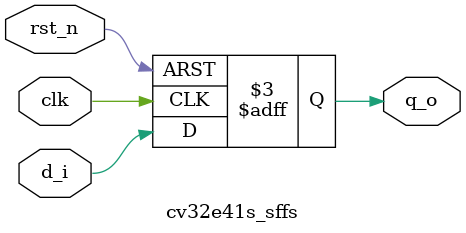
<source format=sv>


module cv32e41s_sffs
#(
  parameter LIB = 0
  )
  (
   input  logic  clk,
   input  logic  rst_n,
   input  logic  d_i,
   output logic  q_o
   );

  always_ff @(posedge clk, negedge rst_n) begin
    if (rst_n == 1'b0) begin
      q_o <= 1'b1;
    end else begin
      q_o <= d_i;
    end
  end

endmodule : cv32e41s_sffs


</source>
